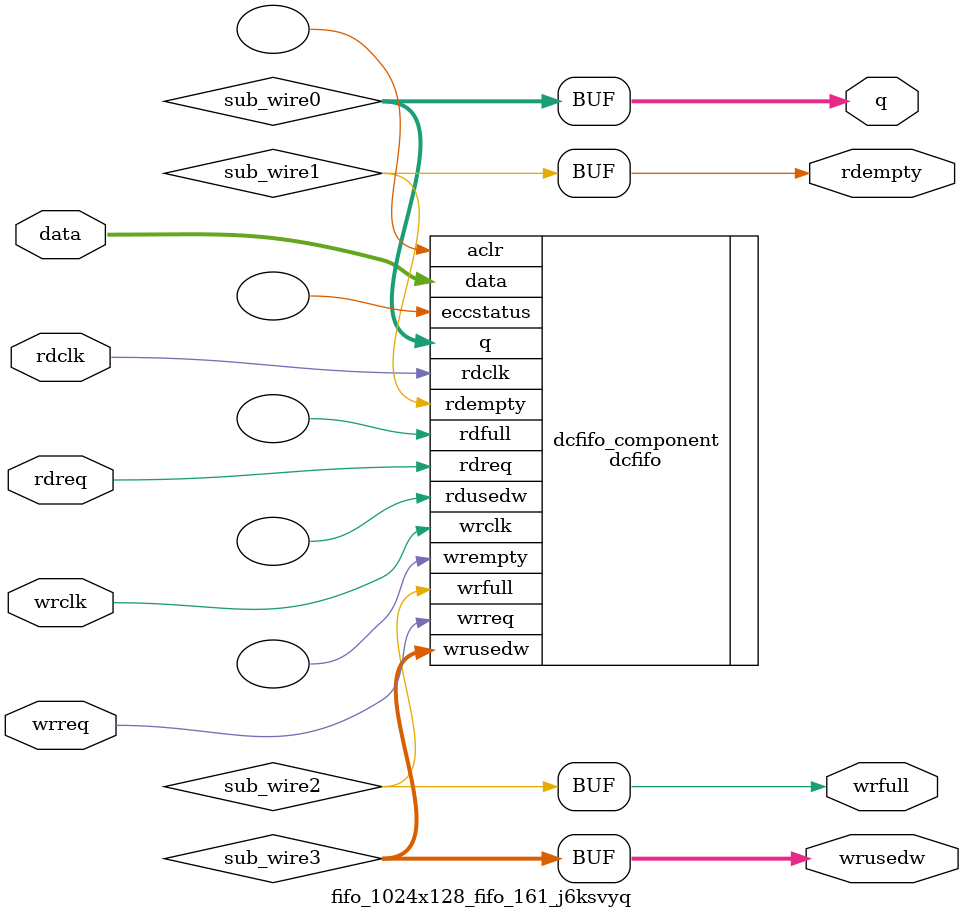
<source format=v>



`timescale 1 ps / 1 ps
// synopsys translate_on
module  fifo_1024x128_fifo_161_j6ksvyq  (
    data,
    rdclk,
    rdreq,
    wrclk,
    wrreq,
    q,
    rdempty,
    wrfull,
    wrusedw);

    input  [127:0]  data;
    input    rdclk;
    input    rdreq;
    input    wrclk;
    input    wrreq;
    output [127:0]  q;
    output   rdempty;
    output   wrfull;
    output [9:0]  wrusedw;

    wire [127:0] sub_wire0;
    wire  sub_wire1;
    wire  sub_wire2;
    wire [9:0] sub_wire3;
    wire [127:0] q = sub_wire0[127:0];
    wire  rdempty = sub_wire1;
    wire  wrfull = sub_wire2;
    wire [9:0] wrusedw = sub_wire3[9:0];

    dcfifo  dcfifo_component (
                .data (data),
                .rdclk (rdclk),
                .rdreq (rdreq),
                .wrclk (wrclk),
                .wrreq (wrreq),
                .q (sub_wire0),
                .rdempty (sub_wire1),
                .wrfull (sub_wire2),
                .wrusedw (sub_wire3),
                .aclr (),
                .eccstatus (),
                .rdfull (),
                .rdusedw (),
                .wrempty ());
    defparam
        dcfifo_component.enable_ecc  = "FALSE",
        dcfifo_component.intended_device_family  = "Arria 10",
        dcfifo_component.lpm_hint  = "DISABLE_DCFIFO_EMBEDDED_TIMING_CONSTRAINT=TRUE",
        dcfifo_component.lpm_numwords  = 1024,
        dcfifo_component.lpm_showahead  = "OFF",
        dcfifo_component.lpm_type  = "dcfifo",
        dcfifo_component.lpm_width  = 128,
        dcfifo_component.lpm_widthu  = 10,
        dcfifo_component.overflow_checking  = "ON",
        dcfifo_component.rdsync_delaypipe  = 4,
        dcfifo_component.underflow_checking  = "ON",
        dcfifo_component.use_eab  = "ON",
        dcfifo_component.wrsync_delaypipe  = 4;


endmodule



</source>
